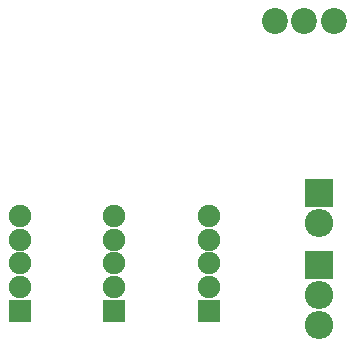
<source format=gbs>
%TF.GenerationSoftware,KiCad,Pcbnew,4.0.4-1.fc24-product*%
%TF.CreationDate,2018-01-11T12:08:34+11:00*%
%TF.ProjectId,VOL,564F4C2E6B696361645F706362000000,rev?*%
%TF.FileFunction,Soldermask,Bot*%
%FSLAX46Y46*%
G04 Gerber Fmt 4.6, Leading zero omitted, Abs format (unit mm)*
G04 Created by KiCad (PCBNEW 4.0.4-1.fc24-product) date Thu Jan 11 12:08:34 2018*
%MOMM*%
%LPD*%
G01*
G04 APERTURE LIST*
%ADD10C,0.100000*%
%ADD11C,2.200000*%
%ADD12R,1.900000X1.900000*%
%ADD13C,1.900000*%
%ADD14O,2.398980X2.398980*%
%ADD15R,2.398980X2.398980*%
G04 APERTURE END LIST*
D10*
D11*
X178600000Y-52000000D03*
X181100000Y-52000000D03*
X183600000Y-52000000D03*
D12*
X157000000Y-76500000D03*
D13*
X157000000Y-74500000D03*
X157000000Y-72500000D03*
X157000000Y-70500000D03*
X157000000Y-68500000D03*
D12*
X165000000Y-76500000D03*
D13*
X165000000Y-74500000D03*
X165000000Y-72500000D03*
X165000000Y-70500000D03*
X165000000Y-68500000D03*
D12*
X173000000Y-76500000D03*
D13*
X173000000Y-74500000D03*
X173000000Y-72500000D03*
X173000000Y-70500000D03*
X173000000Y-68500000D03*
D14*
X182300000Y-77680000D03*
D15*
X182300000Y-72600000D03*
D14*
X182300000Y-75140000D03*
X182300000Y-69040000D03*
D15*
X182300000Y-66500000D03*
M02*

</source>
